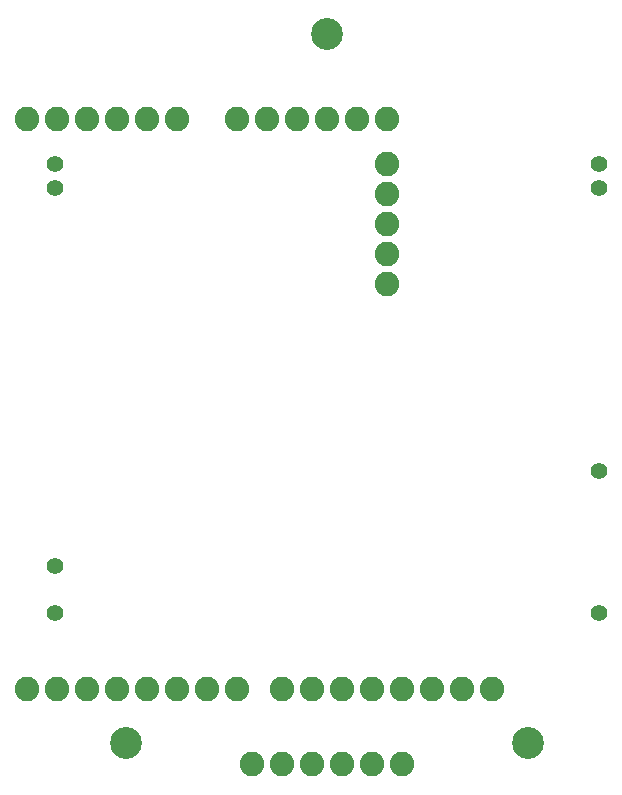
<source format=gbr>
G04 EAGLE Gerber RS-274X export*
G75*
%MOMM*%
%FSLAX34Y34*%
%LPD*%
%INSoldermask Bottom*%
%IPPOS*%
%AMOC8*
5,1,8,0,0,1.08239X$1,22.5*%
G01*
%ADD10C,2.082800*%
%ADD11C,2.703200*%
%ADD12C,1.403200*%


D10*
X325120Y568960D03*
X299720Y568960D03*
X274320Y568960D03*
X248920Y568960D03*
X223520Y568960D03*
X198120Y568960D03*
X147320Y568960D03*
X121920Y568960D03*
X96520Y568960D03*
X71120Y568960D03*
X45720Y568960D03*
X20320Y568960D03*
X20320Y86360D03*
X45720Y86360D03*
X71120Y86360D03*
X96520Y86360D03*
X121920Y86360D03*
X147320Y86360D03*
X172720Y86360D03*
X198120Y86360D03*
X236220Y86360D03*
X261620Y86360D03*
X287020Y86360D03*
X312420Y86360D03*
X337820Y86360D03*
X363220Y86360D03*
X388620Y86360D03*
X414020Y86360D03*
D11*
X274320Y640360D03*
X444320Y40360D03*
X104320Y40360D03*
D12*
X504320Y150360D03*
X504320Y270360D03*
X44320Y190360D03*
X44320Y150360D03*
X44320Y510360D03*
X44320Y530360D03*
X504320Y510360D03*
X504320Y530360D03*
D10*
X337820Y22860D03*
X312420Y22860D03*
X287020Y22860D03*
X261620Y22860D03*
X236220Y22860D03*
X210820Y22860D03*
X325120Y429260D03*
X325120Y454660D03*
X325120Y480060D03*
X325120Y505460D03*
X325120Y530860D03*
M02*

</source>
